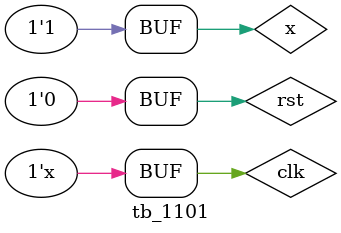
<source format=v>
`timescale 1ns/100ps
module tb_1101;
  reg clk,rst,x;
  wire z;
  sequence_1101 uut(clk,rst,x,z);
  
  always #5 clk=~clk;
  initial begin 
    clk=1;rst=1; x=0; #10;
    rst=0;

    //1101101101
    x=1;#10;
    x=1;#10;
    x=0;#10;
    x=1;#10;
    x=1;#10;
    x=0;#10;
    x=1;#10;
    x=1;#10;
    x=0;#10;
    x=1;#10;
  end
endmodule

    
    
    
    

</source>
